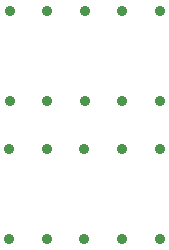
<source format=gbr>
%TF.GenerationSoftware,KiCad,Pcbnew,(6.0.8)*%
%TF.CreationDate,2023-02-01T12:00:08+02:00*%
%TF.ProjectId,25om_resistor,32356f6d-5f72-4657-9369-73746f722e6b,rev?*%
%TF.SameCoordinates,Original*%
%TF.FileFunction,Plated,1,2,PTH,Drill*%
%TF.FilePolarity,Positive*%
%FSLAX46Y46*%
G04 Gerber Fmt 4.6, Leading zero omitted, Abs format (unit mm)*
G04 Created by KiCad (PCBNEW (6.0.8)) date 2023-02-01 12:00:08*
%MOMM*%
%LPD*%
G01*
G04 APERTURE LIST*
%TA.AperFunction,ComponentDrill*%
%ADD10C,0.900000*%
%TD*%
G04 APERTURE END LIST*
D10*
%TO.C,R6*%
X58420000Y-40386000D03*
X58420000Y-48006000D03*
%TO.C,R10*%
X58445000Y-28702000D03*
X58445000Y-36322000D03*
%TO.C,R1*%
X61570000Y-40386000D03*
X61570000Y-48006000D03*
%TO.C,R5*%
X61595000Y-28702000D03*
X61595000Y-36322000D03*
%TO.C,R2*%
X64770000Y-40386000D03*
X64770000Y-48006000D03*
%TO.C,R4*%
X64795000Y-28702000D03*
X64795000Y-36322000D03*
%TO.C,R7*%
X67970000Y-40386000D03*
X67970000Y-48006000D03*
%TO.C,R9*%
X67995000Y-28702000D03*
X67995000Y-36322000D03*
%TO.C,R3*%
X71170000Y-40386000D03*
X71170000Y-48006000D03*
%TO.C,R8*%
X71195000Y-28702000D03*
X71195000Y-36322000D03*
M02*

</source>
